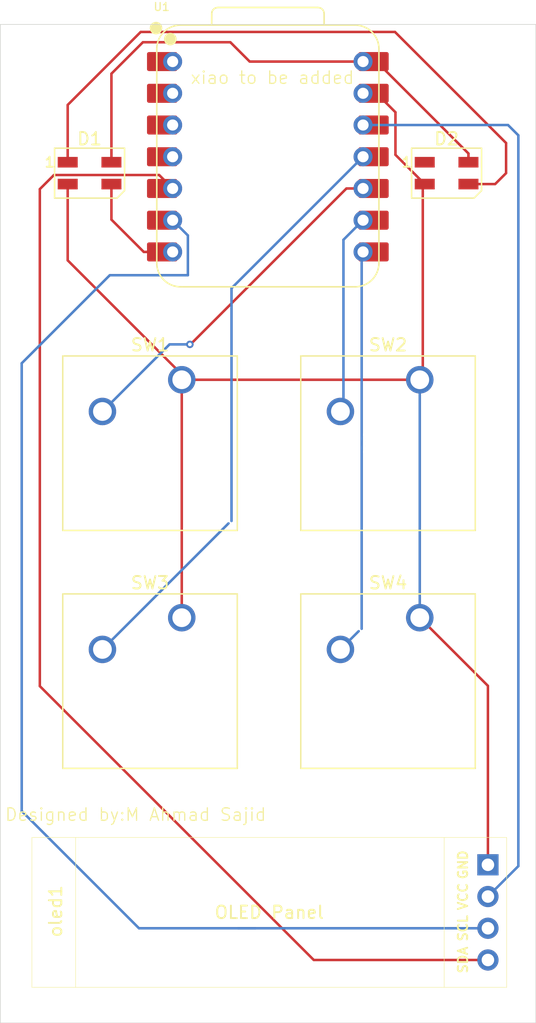
<source format=kicad_pcb>
(kicad_pcb (version 20241229) (generator "pcbnew") (generator_version "9.0")
  (layers (0 "F.Cu" signal) (2 "B.Cu" signal) (13 "F.Paste" user) (15 "B.Paste" user) (5 "F.SilkS" user "F.Silkscreen") (7 "B.SilkS" user "B.Silkscreen") (1 "F.Mask" user) (3 "B.Mask" user) (25 "Edge.Cuts" user))
  (net 0 "")
  (net 1 "+5V")
  (net 2 "GND")
  (net 3 "Net-(D1-DIN)")
  (net 4 "Net-(U1-GPIO4{slash}MISO)")
  (net 5 "Net-(U1-GPIO2{slash}SCK)")
  (net 6 "Net-(U1-GPIO3{slash}MOSI)")
  (net 7 "Net-(U1-GPIO1{slash}RX)")
  (net 11 "Net-(U1-GPIO7{slash}SCL)")
  (net 13 "Net-(U1-GPIO6{slash}SDA)")
  (net 14 "Net-(D1-DOUT)")
  (net 16 "Net-(U1-3V3)")
  (footprint "opl:XIAO-RP2040-DIP" (layer "F.Cu") (at 112.99975 69.615)
    (property "Reference" "U1" (at -8.5 -12 0) (layer "F.SilkS") (effects (font (size 0.635 0.635) (thickness 0.1016))))
    (property "Value" "XIAO-RP2040-DIP")
    (fp_line (start -8.89 8.509) (end -8.89 -8.636) (stroke (width 0.127)) (layer "F.SilkS"))
    (fp_line (start -6.985 10.414) (end 6.985 10.414) (stroke (width 0.127)) (layer "F.SilkS"))
    (fp_line (start -4.495 -10.541) (end -4.491272 -11.451272) (stroke (width 0.127)) (layer "F.SilkS"))
    (fp_line (start -3.991272 -11.951) (end 4.004 -11.951) (stroke (width 0.127)) (layer "F.SilkS"))
    (fp_line (start 4.504 -11.451) (end 4.504 -10.541) (stroke (width 0.127)) (layer "F.SilkS"))
    (fp_line (start 6.985 -10.541) (end -6.985 -10.541) (stroke (width 0.1)) (layer "F.SilkS"))
    (fp_line (start 6.985 -10.541) (end -6.985 -10.541) (stroke (width 0.127)) (layer "F.SilkS"))
    (fp_line (start 8.89 8.509) (end 8.89 -8.636) (stroke (width 0.127)) (layer "F.SilkS"))
    (fp_arc (start -8.89 -8.636) (mid -8.332038 -9.983038) (end -6.985 -10.541) (stroke (width 0.127)) (layer "F.SilkS"))
    (fp_arc (start -6.985 10.414) (mid -8.332038 9.856038) (end -8.89 8.509) (stroke (width 0.127)) (layer "F.SilkS"))
    (fp_arc (start -4.491272 -11.451272) (mid -4.344728 -11.80464) (end -3.991272 -11.951) (stroke (width 0.127)) (layer "F.SilkS"))
    (fp_arc (start 4.004 -11.951) (mid 4.357553 -11.804553) (end 4.504 -11.451) (stroke (width 0.127)) (layer "F.SilkS"))
    (fp_arc (start 6.985 -10.541) (mid 8.332038 -9.983038) (end 8.89 -8.636) (stroke (width 0.127)) (layer "F.SilkS"))
    (fp_arc (start 8.89 8.509) (mid 8.332038 9.856038) (end 6.985 10.414) (stroke (width 0.127)) (layer "F.SilkS"))
    (fp_circle (center -8.95 -10.3) (end -8.95 -10.554) (stroke (width 0.5)) (fill yes) (layer "F.SilkS"))
    (fp_circle (center -7.807 -9.42) (end -7.807 -9.674) (stroke (width 0.5)) (fill yes) (layer "F.SilkS"))
    (pad "1" smd roundrect (at -8.455 -7.62 180) (size 2.432 1.524) (layers "F.Cu" "F.Mask") (roundrect_rratio 0.1))
    (pad "1" thru_hole circle (at -7.62 -7.62 180) (size 1.524 1.524) (drill 0.889) (layers "*.Cu" "*.Mask"))
    (pad "2" smd roundrect (at -8.455 -5.08 180) (size 2.432 1.524) (layers "F.Cu" "F.Mask") (roundrect_rratio 0.1))
    (pad "2" thru_hole circle (at -7.62 -5.08 180) (size 1.524 1.524) (drill 0.889) (layers "*.Cu" "*.Mask"))
    (pad "3" smd roundrect (at -8.455 -2.54 180) (size 2.432 1.524) (layers "F.Cu" "F.Mask") (roundrect_rratio 0.1))
    (pad "3" thru_hole circle (at -7.62 -2.54 180) (size 1.524 1.524) (drill 0.889) (layers "*.Cu" "*.Mask"))
    (pad "4" smd roundrect (at -8.455 0 180) (size 2.432 1.524) (layers "F.Cu" "F.Mask") (roundrect_rratio 0.1))
    (pad "4" thru_hole circle (at -7.62 0 180) (size 1.524 1.524) (drill 0.889) (layers "*.Cu" "*.Mask"))
    (pad "5" smd roundrect (at -8.455 2.54 180) (size 2.432 1.524) (layers "F.Cu" "F.Mask") (roundrect_rratio 0.1) (net 13 "Net-(U1-GPIO6{slash}SDA)"))
    (pad "5" thru_hole circle (at -7.62 2.54 180) (size 1.524 1.524) (drill 0.889) (layers "*.Cu" "*.Mask") (net 13 "Net-(U1-GPIO6{slash}SDA)"))
    (pad "6" smd roundrect (at -8.455 5.08 180) (size 2.432 1.524) (layers "F.Cu" "F.Mask") (roundrect_rratio 0.1) (net 11 "Net-(U1-GPIO7{slash}SCL)"))
    (pad "6" thru_hole circle (at -7.62 5.08 180) (size 1.524 1.524) (drill 0.889) (layers "*.Cu" "*.Mask") (net 11 "Net-(U1-GPIO7{slash}SCL)"))
    (pad "7" smd roundrect (at -8.455 7.62 180) (size 2.432 1.524) (layers "F.Cu" "F.Mask") (roundrect_rratio 0.1) (net 3 "Net-(D1-DIN)"))
    (pad "7" thru_hole circle (at -7.62 7.62 180) (size 1.524 1.524) (drill 0.889) (layers "*.Cu" "*.Mask") (net 3 "Net-(D1-DIN)"))
    (pad "8" thru_hole circle (at 7.62 7.62) (size 1.524 1.524) (drill 0.889) (layers "*.Cu" "*.Mask") (net 7 "Net-(U1-GPIO1{slash}RX)"))
    (pad "8" smd roundrect (at 8.455 7.62) (size 2.432 1.524) (layers "F.Cu" "F.Mask") (roundrect_rratio 0.1) (net 7 "Net-(U1-GPIO1{slash}RX)"))
    (pad "9" thru_hole circle (at 7.62 5.08) (size 1.524 1.524) (drill 0.889) (layers "*.Cu" "*.Mask") (net 5 "Net-(U1-GPIO2{slash}SCK)"))
    (pad "9" smd roundrect (at 8.455 5.08) (size 2.432 1.524) (layers "F.Cu" "F.Mask") (roundrect_rratio 0.1) (net 5 "Net-(U1-GPIO2{slash}SCK)"))
    (pad "10" thru_hole circle (at 7.62 2.54) (size 1.524 1.524) (drill 0.889) (layers "*.Cu" "*.Mask") (net 4 "Net-(U1-GPIO4{slash}MISO)"))
    (pad "10" smd roundrect (at 8.455 2.54) (size 2.432 1.524) (layers "F.Cu" "F.Mask") (roundrect_rratio 0.1) (net 4 "Net-(U1-GPIO4{slash}MISO)"))
    (pad "11" thru_hole circle (at 7.62 0) (size 1.524 1.524) (drill 0.889) (layers "*.Cu" "*.Mask") (net 6 "Net-(U1-GPIO3{slash}MOSI)"))
    (pad "11" smd roundrect (at 8.455 0) (size 2.432 1.524) (layers "F.Cu" "F.Mask") (roundrect_rratio 0.1) (net 6 "Net-(U1-GPIO3{slash}MOSI)"))
    (pad "12" thru_hole circle (at 7.62 -2.54) (size 1.524 1.524) (drill 0.889) (layers "*.Cu" "*.Mask") (net 16 "Net-(U1-3V3)"))
    (pad "12" smd roundrect (at 8.455 -2.54) (size 2.432 1.524) (layers "F.Cu" "F.Mask") (roundrect_rratio 0.1) (net 16 "Net-(U1-3V3)"))
    (pad "13" thru_hole circle (at 7.62 -5.08) (size 1.524 1.524) (drill 0.889) (layers "*.Cu" "*.Mask") (net 2 "GND"))
    (pad "13" smd roundrect (at 8.455 -5.08) (size 2.432 1.524) (layers "F.Cu" "F.Mask") (roundrect_rratio 0.1) (net 2 "GND"))
    (pad "14" thru_hole circle (at 7.62 -7.62) (size 1.524 1.524) (drill 0.889) (layers "*.Cu" "*.Mask") (net 1 "+5V"))
    (pad "14" smd roundrect (at 8.455 -7.62) (size 2.432 1.524) (layers "F.Cu" "F.Mask") (roundrect_rratio 0.1) (net 1 "+5V"))
  )
  (footprint "Button_Switch_Keyboard:SW_Cherry_MX_1.00u_PCB" (layer "F.Cu") (at 125.16 87.47)
    (property "Reference" "SW2" (at -2.54 -2.794 0) (layer "F.SilkS"))
    (property "Value" "SW_Push")
    (fp_line (start -9.525 -1.905) (end 4.445 -1.905) (stroke (width 0.12)) (layer "F.SilkS"))
    (fp_line (start -9.525 12.065) (end -9.525 -1.905) (stroke (width 0.12)) (layer "F.SilkS"))
    (fp_line (start 4.445 -1.905) (end 4.445 12.065) (stroke (width 0.12)) (layer "F.SilkS"))
    (fp_line (start 4.445 12.065) (end -9.525 12.065) (stroke (width 0.12)) (layer "F.SilkS"))
    (pad "" np_thru_hole circle (at -7.62 5.08) (size 1.7 1.7) (drill 1.7) (layers "*.Cu" "*.Mask"))
    (pad "" np_thru_hole circle (at -2.54 5.08) (size 4 4) (drill 4) (layers "*.Cu" "*.Mask"))
    (pad "" np_thru_hole circle (at 2.54 5.08) (size 1.7 1.7) (drill 1.7) (layers "*.Cu" "*.Mask"))
    (pad "1" thru_hole circle (at 0 0) (size 2.2 2.2) (drill 1.5) (layers "*.Cu" "*.Mask") (net 2 "GND"))
    (pad "2" thru_hole circle (at -6.35 2.54) (size 2.2 2.2) (drill 1.5) (layers "*.Cu" "*.Mask") (net 5 "Net-(U1-GPIO2{slash}SCK)"))
  )
  (footprint "KiCad-SSD1306-0.91-OLED-4pin-128x32.pretty-master:SSD1306-0.91-OLED-4pin-128x32" (layer "F.Cu") (at 94.115 124.115)
    (property "Reference" "oled1" (at 1.9 5.91 90) (layer "F.SilkS"))
    (property "Value" "~")
    (fp_line (start 0 0) (end 0 12) (stroke (width 0.04)) (layer "F.SilkS"))
    (fp_line (start 0 12) (end 38 12) (stroke (width 0.04)) (layer "F.SilkS"))
    (fp_line (start 3.5 0) (end 3.5 12) (stroke (width 0.04)) (layer "F.SilkS"))
    (fp_line (start 33 0) (end 33 12) (stroke (width 0.04)) (layer "F.SilkS"))
    (fp_line (start 38 0) (end 0 0) (stroke (width 0.04)) (layer "F.SilkS"))
    (fp_line (start 38 12) (end 38 0) (stroke (width 0.04)) (layer "F.SilkS"))
    (fp_text user "SCL" (at 34.5 7.27 270) (layer "F.SilkS") (effects (font (size 0.75 0.75))))
    (fp_text user "SDA" (at 34.5 9.81 270) (layer "F.SilkS") (effects (font (size 0.75 0.75))))
    (fp_text user "GND" (at 34.5 2.19 270) (layer "F.SilkS") (effects (font (size 0.75 0.75))))
    (fp_text user "VCC" (at 34.5 4.73 270) (layer "F.SilkS") (effects (font (size 0.75 0.75))))
    (fp_text user "OLED Panel" (at 19 6 0) (layer "F.SilkS"))
    (pad "1" thru_hole rect (at 36.5 2.19) (size 1.7 1.7) (drill 1) (layers "*.Cu" "*.Mask") (net 2 "GND"))
    (pad "2" thru_hole oval (at 36.5 4.73) (size 1.7 1.7) (drill 1) (layers "*.Cu" "*.Mask") (net 16 "Net-(U1-3V3)"))
    (pad "3" thru_hole oval (at 36.5 7.27) (size 1.7 1.7) (drill 1) (layers "*.Cu" "*.Mask") (net 11 "Net-(U1-GPIO7{slash}SCL)"))
    (pad "4" thru_hole oval (at 36.5 9.81) (size 1.7 1.7) (drill 1) (layers "*.Cu" "*.Mask") (net 13 "Net-(U1-GPIO6{slash}SDA)"))
  )
  (footprint "Button_Switch_Keyboard:SW_Cherry_MX_1.00u_PCB" (layer "F.Cu") (at 125.16 106.52)
    (property "Reference" "SW4" (at -2.54 -2.794 0) (layer "F.SilkS"))
    (property "Value" "SW_Push")
    (fp_line (start -9.525 -1.905) (end 4.445 -1.905) (stroke (width 0.12)) (layer "F.SilkS"))
    (fp_line (start -9.525 12.065) (end -9.525 -1.905) (stroke (width 0.12)) (layer "F.SilkS"))
    (fp_line (start 4.445 -1.905) (end 4.445 12.065) (stroke (width 0.12)) (layer "F.SilkS"))
    (fp_line (start 4.445 12.065) (end -9.525 12.065) (stroke (width 0.12)) (layer "F.SilkS"))
    (pad "" np_thru_hole circle (at -7.62 5.08) (size 1.7 1.7) (drill 1.7) (layers "*.Cu" "*.Mask"))
    (pad "" np_thru_hole circle (at -2.54 5.08) (size 4 4) (drill 4) (layers "*.Cu" "*.Mask"))
    (pad "" np_thru_hole circle (at 2.54 5.08) (size 1.7 1.7) (drill 1.7) (layers "*.Cu" "*.Mask"))
    (pad "1" thru_hole circle (at 0 0) (size 2.2 2.2) (drill 1.5) (layers "*.Cu" "*.Mask") (net 2 "GND"))
    (pad "2" thru_hole circle (at -6.35 2.54) (size 2.2 2.2) (drill 1.5) (layers "*.Cu" "*.Mask") (net 7 "Net-(U1-GPIO1{slash}RX)"))
  )
  (footprint "LED_SMD:LED_SK6812MINI_PLCC4_3.5x3.5mm_P1.75mm" (layer "F.Cu") (at 127.306 70.92775)
    (property "Reference" "D2" (at 0 -2.75 0) (layer "F.SilkS"))
    (property "Value" "SK6812MINI")
    (fp_line (start -2.8 -2) (end -2.8 2) (stroke (width 0.12)) (layer "F.SilkS"))
    (fp_line (start -2.8 -2) (end 2.8 -2) (stroke (width 0.12)) (layer "F.SilkS"))
    (fp_line (start -2.8 2) (end 2.2 2) (stroke (width 0.12)) (layer "F.SilkS"))
    (fp_line (start 2.8 1.4) (end 2.2 2) (stroke (width 0.12)) (layer "F.SilkS"))
    (fp_line (start 2.8 1.4) (end 2.8 -2) (stroke (width 0.12)) (layer "F.SilkS"))
    (fp_text user "1" (at -3.2 -0.875 0) (layer "F.SilkS") (effects (font (size 0.8 0.8))))
    (pad "1" smd rect (at -1.75 -0.875) (size 1.6 0.85) (layers "F.Cu" "F.Mask" "F.Paste"))
    (pad "2" smd rect (at -1.75 0.875) (size 1.6 0.85) (layers "F.Cu" "F.Mask" "F.Paste") (net 2 "GND"))
    (pad "3" smd rect (at 1.75 0.875) (size 1.6 0.85) (layers "F.Cu" "F.Mask" "F.Paste") (net 14 "Net-(D1-DOUT)"))
    (pad "4" smd rect (at 1.75 -0.875) (size 1.6 0.85) (layers "F.Cu" "F.Mask" "F.Paste") (net 1 "+5V"))
  )
  (footprint "Button_Switch_Keyboard:SW_Cherry_MX_1.00u_PCB" (layer "F.Cu") (at 106.11 87.47)
    (property "Reference" "SW1" (at -2.54 -2.794 0) (layer "F.SilkS"))
    (property "Value" "SW_Push")
    (fp_line (start -9.525 -1.905) (end 4.445 -1.905) (stroke (width 0.12)) (layer "F.SilkS"))
    (fp_line (start -9.525 12.065) (end -9.525 -1.905) (stroke (width 0.12)) (layer "F.SilkS"))
    (fp_line (start 4.445 -1.905) (end 4.445 12.065) (stroke (width 0.12)) (layer "F.SilkS"))
    (fp_line (start 4.445 12.065) (end -9.525 12.065) (stroke (width 0.12)) (layer "F.SilkS"))
    (pad "" np_thru_hole circle (at -7.62 5.08) (size 1.7 1.7) (drill 1.7) (layers "*.Cu" "*.Mask"))
    (pad "" np_thru_hole circle (at -2.54 5.08) (size 4 4) (drill 4) (layers "*.Cu" "*.Mask"))
    (pad "" np_thru_hole circle (at 2.54 5.08) (size 1.7 1.7) (drill 1.7) (layers "*.Cu" "*.Mask"))
    (pad "1" thru_hole circle (at 0 0) (size 2.2 2.2) (drill 1.5) (layers "*.Cu" "*.Mask") (net 2 "GND"))
    (pad "2" thru_hole circle (at -6.35 2.54) (size 2.2 2.2) (drill 1.5) (layers "*.Cu" "*.Mask") (net 4 "Net-(U1-GPIO4{slash}MISO)"))
  )
  (footprint "Button_Switch_Keyboard:SW_Cherry_MX_1.00u_PCB" (layer "F.Cu") (at 106.11 106.52)
    (property "Reference" "SW3" (at -2.54 -2.794 0) (layer "F.SilkS"))
    (property "Value" "SW_Push")
    (fp_line (start -9.525 -1.905) (end 4.445 -1.905) (stroke (width 0.12)) (layer "F.SilkS"))
    (fp_line (start -9.525 12.065) (end -9.525 -1.905) (stroke (width 0.12)) (layer "F.SilkS"))
    (fp_line (start 4.445 -1.905) (end 4.445 12.065) (stroke (width 0.12)) (layer "F.SilkS"))
    (fp_line (start 4.445 12.065) (end -9.525 12.065) (stroke (width 0.12)) (layer "F.SilkS"))
    (pad "" np_thru_hole circle (at -7.62 5.08) (size 1.7 1.7) (drill 1.7) (layers "*.Cu" "*.Mask"))
    (pad "" np_thru_hole circle (at -2.54 5.08) (size 4 4) (drill 4) (layers "*.Cu" "*.Mask"))
    (pad "" np_thru_hole circle (at 2.54 5.08) (size 1.7 1.7) (drill 1.7) (layers "*.Cu" "*.Mask"))
    (pad "1" thru_hole circle (at 0 0) (size 2.2 2.2) (drill 1.5) (layers "*.Cu" "*.Mask") (net 2 "GND"))
    (pad "2" thru_hole circle (at -6.35 2.54) (size 2.2 2.2) (drill 1.5) (layers "*.Cu" "*.Mask") (net 6 "Net-(U1-GPIO3{slash}MOSI)"))
  )
  (footprint "LED_SMD:LED_SK6812MINI_PLCC4_3.5x3.5mm_P1.75mm" (layer "F.Cu") (at 98.731 70.92775)
    (property "Reference" "D1" (at 0 -2.75 0) (layer "F.SilkS"))
    (property "Value" "SK6812MINI")
    (fp_line (start -2.8 -2) (end -2.8 2) (stroke (width 0.12)) (layer "F.SilkS"))
    (fp_line (start -2.8 -2) (end 2.8 -2) (stroke (width 0.12)) (layer "F.SilkS"))
    (fp_line (start -2.8 2) (end 2.2 2) (stroke (width 0.12)) (layer "F.SilkS"))
    (fp_line (start 2.8 1.4) (end 2.2 2) (stroke (width 0.12)) (layer "F.SilkS"))
    (fp_line (start 2.8 1.4) (end 2.8 -2) (stroke (width 0.12)) (layer "F.SilkS"))
    (fp_text user "1" (at -3.2 -0.875 0) (layer "F.SilkS") (effects (font (size 0.8 0.8))))
    (pad "1" smd rect (at -1.75 -0.875) (size 1.6 0.85) (layers "F.Cu" "F.Mask" "F.Paste") (net 14 "Net-(D1-DOUT)"))
    (pad "2" smd rect (at -1.75 0.875) (size 1.6 0.85) (layers "F.Cu" "F.Mask" "F.Paste") (net 2 "GND"))
    (pad "3" smd rect (at 1.75 0.875) (size 1.6 0.85) (layers "F.Cu" "F.Mask" "F.Paste") (net 3 "Net-(D1-DIN)"))
    (pad "4" smd rect (at 1.75 -0.875) (size 1.6 0.85) (layers "F.Cu" "F.Mask" "F.Paste") (net 1 "+5V"))
  )
  (gr_rect (start 91.58725 59.0215) (end 134.44975 138.96525) (stroke (width 0.05)) (fill no) (layer "Edge.Cuts"))
  (gr_text "Designed by:M Ahmad Sajid" (at 91.901 122.869 0) (layer "F.SilkS") (effects (font (size 1 1) (thickness 0.1)) (justify left bottom)))
  (gr_text "xiao to be added\n" (at 106.751 63.869 0) (layer "F.SilkS") (effects (font (size 1 1) (thickness 0.1)) (justify left bottom)))
  (segment (start 100.481 62.96525) (end 100.481 70.05275) (width 0.2) (layer "F.Cu") (net 1))
  (segment (start 129.056 69.35362) (end 129.056 70.05275) (width 0.2) (layer "F.Cu") (net 1))
  (segment (start 102.99975 60.4465) (end 100.481 62.96525) (width 0.2) (layer "F.Cu") (net 1))
  (segment (start 109.99975 60.4465) (end 102.99975 60.4465) (width 0.2) (layer "F.Cu") (net 1))
  (segment (start 111.54825 61.995) (end 109.99975 60.4465) (width 0.2) (layer "F.Cu") (net 1))
  (segment (start 120.61975 61.995) (end 111.54825 61.995) (width 0.2) (layer "F.Cu") (net 1))
  (segment (start 120.61975 61.995) (end 121.69738 61.995) (width 0.2) (layer "F.Cu") (net 1))
  (segment (start 121.69738 61.995) (end 129.056 69.35362) (width 0.2) (layer "F.Cu") (net 1))
  (segment (start 130.615 111.975) (end 125.16 106.52) (width 0.2) (layer "F.Cu") (net 2))
  (segment (start 123.213374 66.050994) (end 121.69738 64.535) (width 0.2) (layer "F.Cu") (net 2))
  (segment (start 106.351 87.279) (end 96.981 77.909) (width 0.2) (layer "F.Cu") (net 2))
  (segment (start 125.401 87.279) (end 125.401 71.95775) (width 0.2) (layer "F.Cu") (net 2))
  (segment (start 106.11 87.47) (end 106.11 106.52) (width 0.2) (layer "F.Cu") (net 2))
  (segment (start 106.11 87.47) (end 125.16 87.47) (width 0.2) (layer "F.Cu") (net 2))
  (segment (start 123.213374 69.460124) (end 123.213374 66.050994) (width 0.2) (layer "F.Cu") (net 2))
  (segment (start 121.69738 64.535) (end 120.61975 64.535) (width 0.2) (layer "F.Cu") (net 2))
  (segment (start 130.615 126.305) (end 130.615 111.975) (width 0.2) (layer "F.Cu") (net 2))
  (segment (start 125.401 71.95775) (end 125.556 71.80275) (width 0.2) (layer "F.Cu") (net 2))
  (segment (start 96.981 77.909) (end 96.981 71.80275) (width 0.2) (layer "F.Cu") (net 2))
  (segment (start 125.556 71.80275) (end 123.213374 69.460124) (width 0.2) (layer "F.Cu") (net 2))
  (segment (start 125.16 87.47) (end 125.16 106.52) (width 0.2) (layer "B.Cu") (net 2))
  (segment (start 100.481 74.649) (end 100.481 71.80275) (width 0.2) (layer "F.Cu") (net 3))
  (segment (start 103.067 77.235) (end 100.481 74.649) (width 0.2) (layer "F.Cu") (net 3))
  (segment (start 105.37975 77.235) (end 103.067 77.235) (width 0.2) (layer "F.Cu") (net 3))
  (segment (start 119.29125 72.155) (end 106.99975 84.4465) (width 0.2) (layer "F.Cu") (net 4))
  (segment (start 120.61975 72.155) (end 121.45475 72.155) (width 0.2) (layer "F.Cu") (net 4))
  (segment (start 120.61975 72.155) (end 119.29125 72.155) (width 0.2) (layer "F.Cu") (net 4))
  (via (at 106.75875 84.6375) (size 0.6) (drill 0.3) (layers "F.Cu" "B.Cu") (net 4))
  (segment (start 106.75875 84.6375) (end 105.1325 84.6375) (width 0.2) (layer "B.Cu") (net 4))
  (segment (start 105.1325 84.6375) (end 99.76 90.01) (width 0.2) (layer "B.Cu") (net 4))
  (segment (start 119.051 76.26375) (end 119.051 89.819) (width 0.2) (layer "B.Cu") (net 5))
  (segment (start 120.61975 74.695) (end 119.051 76.26375) (width 0.2) (layer "B.Cu") (net 5))
  (segment (start 109.851 98.969) (end 99.76 109.06) (width 0.2) (layer "B.Cu") (net 6))
  (segment (start 120.61975 69.615) (end 110.092 80.14275) (width 0.2) (layer "B.Cu") (net 6))
  (segment (start 110.092 80.14275) (end 110.092 98.778) (width 0.2) (layer "B.Cu") (net 6))
  (segment (start 120.61975 77.235) (end 120.51 77.34475) (width 0.2) (layer "B.Cu") (net 7))
  (segment (start 120.51 77.34475) (end 120.51 107.41) (width 0.2) (layer "B.Cu") (net 7))
  (segment (start 120.269 107.601) (end 118.81 109.06) (width 0.2) (layer "B.Cu") (net 7))
  (segment (start 93.3 86.15) (end 100.35 79.1) (width 0.2) (layer "B.Cu") (net 11))
  (segment (start 102.685 131.385) (end 93.3 122) (width 0.2) (layer "B.Cu") (net 11))
  (segment (start 106.6 75.91525) (end 105.37975 74.695) (width 0.2) (layer "B.Cu") (net 11))
  (segment (start 100.35 79.1) (end 106.6 79.1) (width 0.2) (layer "B.Cu") (net 11))
  (segment (start 112 131.385) (end 102.685 131.385) (width 0.2) (layer "B.Cu") (net 11))
  (segment (start 112 131.385) (end 110.615 131.385) (width 0.2) (layer "B.Cu") (net 11))
  (segment (start 106.6 79.1) (end 106.6 75.91525) (width 0.2) (layer "B.Cu") (net 11))
  (segment (start 130.615 131.385) (end 112 131.385) (width 0.2) (layer "B.Cu") (net 11))
  (segment (start 93.3 122) (end 93.3 86.15) (width 0.2) (layer "B.Cu") (net 11))
  (segment (start 94.75 112) (end 94.75 72.20675) (width 0.2) (layer "F.Cu") (net 13))
  (segment (start 94.75 72.20675) (end 95.88 71.07675) (width 0.2) (layer "F.Cu") (net 13))
  (segment (start 130.615 133.925) (end 116.675 133.925) (width 0.2) (layer "F.Cu") (net 13))
  (segment (start 95.88 71.07675) (end 104.3015 71.07675) (width 0.2) (layer "F.Cu") (net 13))
  (segment (start 104.3015 71.07675) (end 105.37975 72.155) (width 0.2) (layer "F.Cu") (net 13))
  (segment (start 116.675 133.925) (end 94.75 112) (width 0.2) (layer "F.Cu") (net 13))
  (segment (start 123.17575 59.6225) (end 102.82375 59.6225) (width 0.2) (layer "F.Cu") (net 14))
  (segment (start 131.1935 71.80275) (end 132.0685 70.92775) (width 0.2) (layer "F.Cu") (net 14))
  (segment (start 132.0685 70.92775) (end 132.0685 68.51525) (width 0.2) (layer "F.Cu") (net 14))
  (segment (start 96.981 65.46525) (end 96.981 70.05275) (width 0.2) (layer "F.Cu") (net 14))
  (segment (start 129.056 71.80275) (end 131.1935 71.80275) (width 0.2) (layer "F.Cu") (net 14))
  (segment (start 102.82375 59.6225) (end 96.981 65.46525) (width 0.2) (layer "F.Cu") (net 14))
  (segment (start 132.0685 68.51525) (end 123.17575 59.6225) (width 0.2) (layer "F.Cu") (net 14))
  (segment (start 120.61975 67.075) (end 132.225 67.075) (width 0.2) (layer "B.Cu") (net 16))
  (segment (start 130.615 128.845) (end 133.05 126.41) (width 0.2) (layer "B.Cu") (net 16))
  (segment (start 132.225 67.075) (end 133.05 67.9) (width 0.2) (layer "B.Cu") (net 16))
  (segment (start 133.05 67.9) (end 133.05 126.41) (width 0.2) (layer "B.Cu") (net 16))
)
</source>
